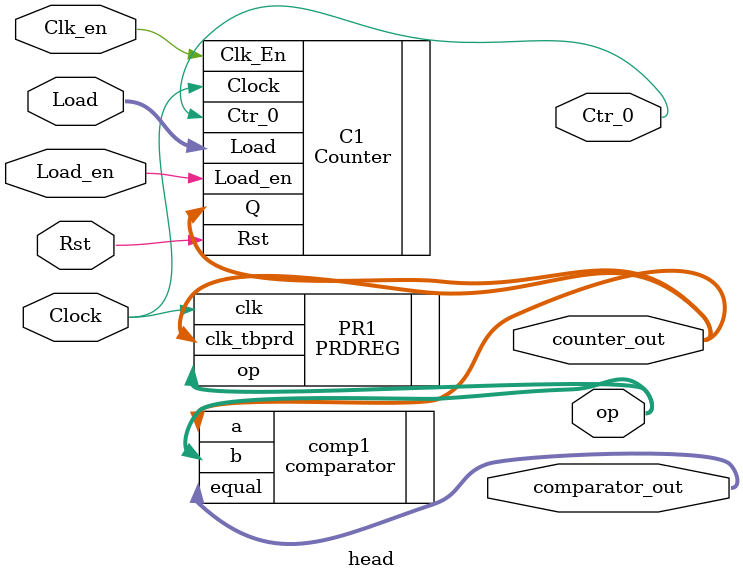
<source format=v>
module head( Clock, Clk_en,Load_en, Load, op, Rst, Ctr_0, counter_out, comparator_out);
	input Clock;
	input Clk_en;
	input Load_en;
	input [11:0] Load;
	input Rst;
	output Ctr_0;
	output [11:0] op;
	output [11:0] counter_out;
	output [11:0] comparator_out;
	comparator comp1 (.a(counter_out), .b(op), .equal(comparator_out));
	PRDREG PR1(.clk(Clock), .clk_tbprd(counter_out),.op(op));
	Counter  C1 (.Clock(Clock), .Clk_En(Clk_en),.Rst(Rst),.Load(Load),.Load_en(Load_en),.Ctr_0(Ctr_0),  .Q(counter_out));
endmodule





</source>
